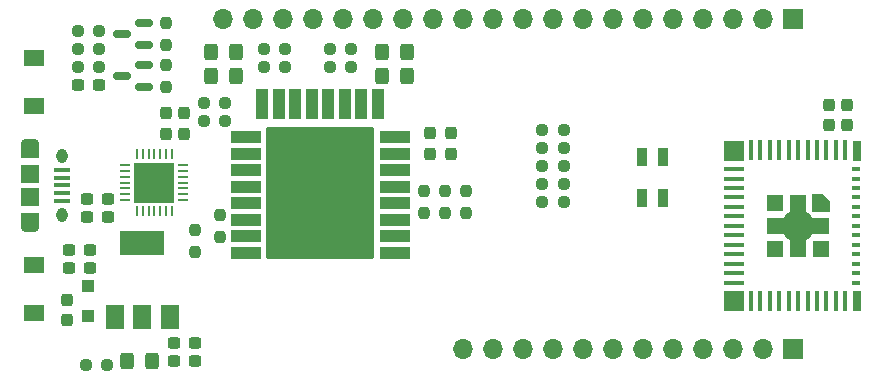
<source format=gts>
G04 #@! TF.GenerationSoftware,KiCad,Pcbnew,6.0.0*
G04 #@! TF.CreationDate,2022-01-16T15:10:04+01:00*
G04 #@! TF.ProjectId,ESP32 UWB,45535033-3220-4555-9742-2e6b69636164,rev?*
G04 #@! TF.SameCoordinates,Original*
G04 #@! TF.FileFunction,Soldermask,Top*
G04 #@! TF.FilePolarity,Negative*
%FSLAX46Y46*%
G04 Gerber Fmt 4.6, Leading zero omitted, Abs format (unit mm)*
G04 Created by KiCad (PCBNEW 6.0.0) date 2022-01-16 15:10:04*
%MOMM*%
%LPD*%
G01*
G04 APERTURE LIST*
G04 Aperture macros list*
%AMRoundRect*
0 Rectangle with rounded corners*
0 $1 Rounding radius*
0 $2 $3 $4 $5 $6 $7 $8 $9 X,Y pos of 4 corners*
0 Add a 4 corners polygon primitive as box body*
4,1,4,$2,$3,$4,$5,$6,$7,$8,$9,$2,$3,0*
0 Add four circle primitives for the rounded corners*
1,1,$1+$1,$2,$3*
1,1,$1+$1,$4,$5*
1,1,$1+$1,$6,$7*
1,1,$1+$1,$8,$9*
0 Add four rect primitives between the rounded corners*
20,1,$1+$1,$2,$3,$4,$5,0*
20,1,$1+$1,$4,$5,$6,$7,0*
20,1,$1+$1,$6,$7,$8,$9,0*
20,1,$1+$1,$8,$9,$2,$3,0*%
%AMFreePoly0*
4,1,6,0.725000,-0.725000,-0.725000,-0.725000,-0.725000,0.125000,-0.125000,0.725000,0.725000,0.725000,0.725000,-0.725000,0.725000,-0.725000,$1*%
G04 Aperture macros list end*
%ADD10RoundRect,0.050000X1.225000X-0.500000X1.225000X0.500000X-1.225000X0.500000X-1.225000X-0.500000X0*%
%ADD11RoundRect,0.050000X-0.500000X-1.225000X0.500000X-1.225000X0.500000X1.225000X-0.500000X1.225000X0*%
%ADD12RoundRect,0.050000X4.500000X5.500000X-4.500000X5.500000X-4.500000X-5.500000X4.500000X-5.500000X0*%
%ADD13RoundRect,0.237500X0.237500X-0.250000X0.237500X0.250000X-0.237500X0.250000X-0.237500X-0.250000X0*%
%ADD14RoundRect,0.237500X0.237500X-0.300000X0.237500X0.300000X-0.237500X0.300000X-0.237500X-0.300000X0*%
%ADD15RoundRect,0.237500X0.300000X0.237500X-0.300000X0.237500X-0.300000X-0.237500X0.300000X-0.237500X0*%
%ADD16RoundRect,0.237500X0.237500X-0.287500X0.237500X0.287500X-0.237500X0.287500X-0.237500X-0.287500X0*%
%ADD17RoundRect,0.237500X-0.237500X0.250000X-0.237500X-0.250000X0.237500X-0.250000X0.237500X0.250000X0*%
%ADD18RoundRect,0.237500X-0.250000X-0.237500X0.250000X-0.237500X0.250000X0.237500X-0.250000X0.237500X0*%
%ADD19RoundRect,0.150000X0.587500X0.150000X-0.587500X0.150000X-0.587500X-0.150000X0.587500X-0.150000X0*%
%ADD20RoundRect,0.237500X0.250000X0.237500X-0.250000X0.237500X-0.250000X-0.237500X0.250000X-0.237500X0*%
%ADD21RoundRect,0.237500X-0.300000X-0.237500X0.300000X-0.237500X0.300000X0.237500X-0.300000X0.237500X0*%
%ADD22RoundRect,0.250000X-0.325000X-0.450000X0.325000X-0.450000X0.325000X0.450000X-0.325000X0.450000X0*%
%ADD23R,1.800000X1.350000*%
%ADD24RoundRect,0.062500X-0.337500X-0.062500X0.337500X-0.062500X0.337500X0.062500X-0.337500X0.062500X0*%
%ADD25RoundRect,0.062500X-0.062500X-0.337500X0.062500X-0.337500X0.062500X0.337500X-0.062500X0.337500X0*%
%ADD26R,3.350000X3.350000*%
%ADD27R,1.000000X1.000000*%
%ADD28R,1.500000X2.000000*%
%ADD29R,3.800000X2.000000*%
%ADD30RoundRect,0.250000X0.325000X0.450000X-0.325000X0.450000X-0.325000X-0.450000X0.325000X-0.450000X0*%
%ADD31R,0.400000X1.800000*%
%ADD32R,1.800000X0.400000*%
%ADD33R,1.450000X1.450000*%
%ADD34R,0.800000X0.400000*%
%ADD35R,1.700000X1.700000*%
%ADD36C,2.800000*%
%ADD37R,0.700000X1.700000*%
%ADD38FreePoly0,270.000000*%
%ADD39R,0.850000X1.600000*%
%ADD40R,1.350000X0.400000*%
%ADD41O,1.550000X0.890000*%
%ADD42R,1.550000X1.200000*%
%ADD43O,0.950000X1.250000*%
%ADD44R,1.550000X1.500000*%
%ADD45O,1.700000X1.700000*%
G04 APERTURE END LIST*
D10*
X144792800Y-110758955D03*
D11*
X134992800Y-98158955D03*
X136392800Y-98158955D03*
X137792800Y-98158955D03*
X139192800Y-98158955D03*
X140592800Y-98158955D03*
X141992800Y-98158955D03*
X143392800Y-98158955D03*
D10*
X144792800Y-106558955D03*
X132192800Y-107958955D03*
X144792800Y-107958955D03*
X132192800Y-105158955D03*
X132192800Y-100958955D03*
X132192800Y-103758955D03*
X132192800Y-102358955D03*
X144792800Y-103758955D03*
X144792800Y-102358955D03*
X144792800Y-105158955D03*
X132192800Y-110758955D03*
X132192800Y-106558955D03*
X144792800Y-100958955D03*
X132192800Y-109358955D03*
D11*
X133592800Y-98158955D03*
D12*
X138492800Y-105658955D03*
D10*
X144792800Y-109358955D03*
D13*
X125476000Y-96670500D03*
X125476000Y-94845500D03*
D14*
X181610000Y-99941155D03*
X181610000Y-98216155D03*
D15*
X120496500Y-107714655D03*
X118771500Y-107714655D03*
D16*
X125476000Y-100697000D03*
X125476000Y-98947000D03*
D15*
X120496500Y-106172000D03*
X118771500Y-106172000D03*
D17*
X130048000Y-107545500D03*
X130048000Y-109370500D03*
D18*
X157272862Y-101872655D03*
X159097862Y-101872655D03*
D19*
X123619500Y-96708000D03*
X123619500Y-94808000D03*
X121744500Y-95758000D03*
D20*
X119782600Y-93472000D03*
X117957600Y-93472000D03*
D17*
X127875000Y-108812500D03*
X127875000Y-110637500D03*
D21*
X126137500Y-118364000D03*
X127862500Y-118364000D03*
D16*
X127000000Y-100697000D03*
X127000000Y-98947000D03*
D20*
X119784500Y-94996000D03*
X117959500Y-94996000D03*
D22*
X129277000Y-93726000D03*
X131327000Y-93726000D03*
X129277000Y-95758000D03*
X131327000Y-95758000D03*
D20*
X130452500Y-98044000D03*
X128627500Y-98044000D03*
D15*
X118972500Y-112014000D03*
X117247500Y-112014000D03*
D23*
X114300000Y-94216000D03*
X114300000Y-98316000D03*
D21*
X126137500Y-119888000D03*
X127862500Y-119888000D03*
D22*
X122165000Y-119912655D03*
X124215000Y-119912655D03*
D15*
X118972500Y-110490000D03*
X117247500Y-110490000D03*
D23*
X114300000Y-115842000D03*
X114300000Y-111742000D03*
D14*
X117094000Y-116432500D03*
X117094000Y-114707500D03*
D24*
X122010000Y-103293655D03*
X122010000Y-103793655D03*
X122010000Y-104293655D03*
X122010000Y-104793655D03*
X122010000Y-105293655D03*
X122010000Y-105793655D03*
X122010000Y-106293655D03*
D25*
X122960000Y-107243655D03*
X123460000Y-107243655D03*
X123960000Y-107243655D03*
X124460000Y-107243655D03*
X124960000Y-107243655D03*
X125460000Y-107243655D03*
X125960000Y-107243655D03*
D24*
X126910000Y-106293655D03*
X126910000Y-105793655D03*
X126910000Y-105293655D03*
X126910000Y-104793655D03*
X126910000Y-104293655D03*
X126910000Y-103793655D03*
X126910000Y-103293655D03*
D25*
X125960000Y-102343655D03*
X125460000Y-102343655D03*
X124960000Y-102343655D03*
X124460000Y-102343655D03*
X123960000Y-102343655D03*
X123460000Y-102343655D03*
X122960000Y-102343655D03*
D26*
X124460000Y-104793655D03*
D14*
X147828000Y-102354155D03*
X147828000Y-100629155D03*
D18*
X118648600Y-120269000D03*
X120473600Y-120269000D03*
D17*
X147320000Y-105513500D03*
X147320000Y-107338500D03*
D27*
X118872000Y-116058000D03*
X118872000Y-113558000D03*
D14*
X149606000Y-102354155D03*
X149606000Y-100629155D03*
D18*
X117959500Y-91948000D03*
X119784500Y-91948000D03*
D28*
X121144000Y-116180000D03*
X123444000Y-116180000D03*
D29*
X123444000Y-109880000D03*
D28*
X125744000Y-116180000D03*
D18*
X157272862Y-104920655D03*
X159097862Y-104920655D03*
X157272862Y-106444655D03*
X159097862Y-106444655D03*
D14*
X183134000Y-99941155D03*
X183134000Y-98216155D03*
D18*
X139295500Y-94996000D03*
X141120500Y-94996000D03*
D15*
X119734500Y-96520000D03*
X118009500Y-96520000D03*
D30*
X145805000Y-93726000D03*
X143755000Y-93726000D03*
D20*
X135532500Y-94996000D03*
X133707500Y-94996000D03*
D18*
X157272862Y-100330000D03*
X159097862Y-100330000D03*
D20*
X130452500Y-99568000D03*
X128627500Y-99568000D03*
D31*
X182960000Y-102058000D03*
X182160000Y-102058000D03*
X181360000Y-102058000D03*
X180560000Y-102058000D03*
X179760000Y-102058000D03*
X178960000Y-102058000D03*
X178160000Y-102058000D03*
X177360000Y-102058000D03*
X176560000Y-102058000D03*
X175760000Y-102058000D03*
X174960000Y-102058000D03*
D32*
X173560000Y-103658000D03*
X173560000Y-104458000D03*
X173560000Y-105258000D03*
X173560000Y-106058000D03*
X173560000Y-106858000D03*
X173560000Y-107658000D03*
X173560000Y-108458000D03*
X173560000Y-109258000D03*
X173560000Y-110058000D03*
X173560000Y-110858000D03*
X173560000Y-111658000D03*
X173560000Y-112458000D03*
X173560000Y-113258000D03*
D31*
X174960000Y-114858000D03*
X175760000Y-114858000D03*
X176560000Y-114858000D03*
X177360000Y-114858000D03*
X178160000Y-114858000D03*
X178960000Y-114858000D03*
X179760000Y-114858000D03*
X180560000Y-114858000D03*
X181360000Y-114858000D03*
X182160000Y-114858000D03*
X182960000Y-114858000D03*
D33*
X180935000Y-110433000D03*
D34*
X183860000Y-105258000D03*
D35*
X173560000Y-102108000D03*
D33*
X176985000Y-110433000D03*
D34*
X183860000Y-111658000D03*
X183860000Y-110058000D03*
X183860000Y-113258000D03*
X183860000Y-110858000D03*
D33*
X180935000Y-108458000D03*
D34*
X183860000Y-108458000D03*
D36*
X178960000Y-108458000D03*
D34*
X183860000Y-103658000D03*
D33*
X176985000Y-106483000D03*
D34*
X183860000Y-112458000D03*
X183860000Y-109258000D03*
D33*
X178910000Y-106483000D03*
X176985000Y-108458000D03*
D37*
X183910000Y-102108000D03*
D34*
X183860000Y-107658000D03*
D33*
X178960000Y-110433000D03*
D35*
X173560000Y-114808000D03*
D38*
X180935000Y-106483000D03*
D34*
X183860000Y-106058000D03*
D37*
X183910000Y-114808000D03*
D34*
X183860000Y-106858000D03*
X183860000Y-104458000D03*
D17*
X150876000Y-105513500D03*
X150876000Y-107338500D03*
D30*
X145805000Y-95758000D03*
X143755000Y-95758000D03*
D39*
X167499000Y-102644000D03*
X165749000Y-102644000D03*
X165749000Y-106144000D03*
X167499000Y-106144000D03*
D18*
X157272862Y-103396655D03*
X159097862Y-103396655D03*
D20*
X135532500Y-93472000D03*
X133707500Y-93472000D03*
D13*
X125476000Y-93114500D03*
X125476000Y-91289500D03*
D40*
X116639000Y-103729000D03*
X116639000Y-104379000D03*
X116639000Y-105029000D03*
X116639000Y-105679000D03*
X116639000Y-106329000D03*
D41*
X113939000Y-108529000D03*
D42*
X113939000Y-107929000D03*
D43*
X116639000Y-102529000D03*
D44*
X113939000Y-106029000D03*
X113939000Y-104029000D03*
D43*
X116639000Y-107529000D03*
D42*
X113939000Y-102129000D03*
D41*
X113939000Y-101529000D03*
D18*
X139295500Y-93472000D03*
X141120500Y-93472000D03*
D19*
X123619500Y-93146855D03*
X123619500Y-91246855D03*
X121744500Y-92196855D03*
D17*
X149098000Y-105513500D03*
X149098000Y-107338500D03*
D35*
X178562000Y-90932000D03*
D45*
X176022000Y-90932000D03*
X173482000Y-90932000D03*
X170942000Y-90932000D03*
X168402000Y-90932000D03*
X165862000Y-90932000D03*
X163322000Y-90932000D03*
X160782000Y-90932000D03*
X158242000Y-90932000D03*
X155702000Y-90932000D03*
X153162000Y-90932000D03*
X150622000Y-90932000D03*
X148082000Y-90932000D03*
X145542000Y-90932000D03*
X143002000Y-90932000D03*
X140462000Y-90932000D03*
X137922000Y-90932000D03*
X135382000Y-90932000D03*
X132842000Y-90932000D03*
X130302000Y-90932000D03*
D35*
X178562000Y-118872000D03*
D45*
X176022000Y-118872000D03*
X173482000Y-118872000D03*
X170942000Y-118872000D03*
X168402000Y-118872000D03*
X165862000Y-118872000D03*
X163322000Y-118872000D03*
X160782000Y-118872000D03*
X158242000Y-118872000D03*
X155702000Y-118872000D03*
X153162000Y-118872000D03*
X150622000Y-118872000D03*
M02*

</source>
